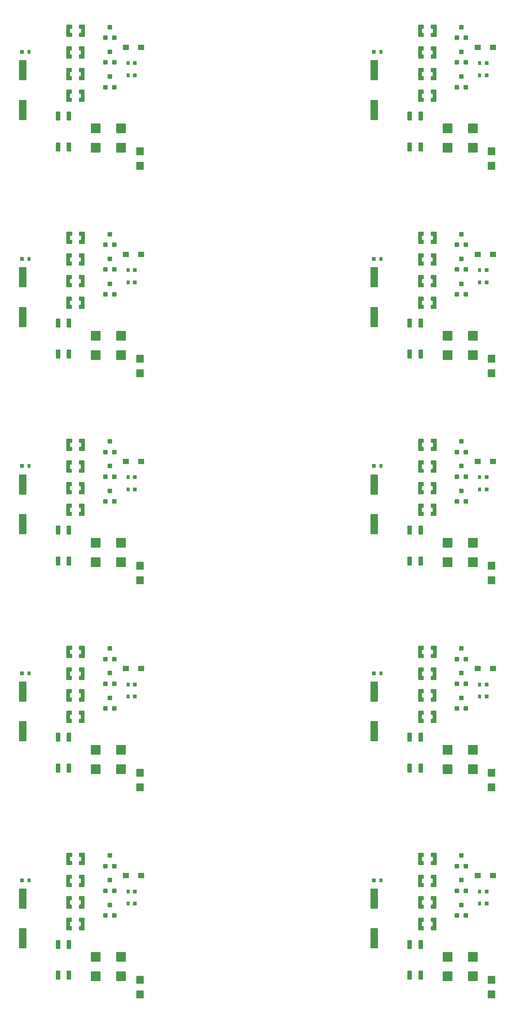
<source format=gtp>
G04*
G04 #@! TF.GenerationSoftware,Altium Limited,Altium Designer,19.1.8 (144)*
G04*
G04 Layer_Color=8421504*
%FSLAX43Y43*%
%MOMM*%
G71*
G01*
G75*
G04:AMPARAMS|DCode=11|XSize=1.016mm|YSize=1.016mm|CornerRadius=0.051mm|HoleSize=0mm|Usage=FLASHONLY|Rotation=0.000|XOffset=0mm|YOffset=0mm|HoleType=Round|Shape=RoundedRectangle|*
%AMROUNDEDRECTD11*
21,1,1.016,0.914,0,0,0.0*
21,1,0.914,1.016,0,0,0.0*
1,1,0.102,0.457,-0.457*
1,1,0.102,-0.457,-0.457*
1,1,0.102,-0.457,0.457*
1,1,0.102,0.457,0.457*
%
%ADD11ROUNDEDRECTD11*%
G04:AMPARAMS|DCode=12|XSize=1.778mm|YSize=1.651mm|CornerRadius=0.083mm|HoleSize=0mm|Usage=FLASHONLY|Rotation=90.000|XOffset=0mm|YOffset=0mm|HoleType=Round|Shape=RoundedRectangle|*
%AMROUNDEDRECTD12*
21,1,1.778,1.486,0,0,90.0*
21,1,1.613,1.651,0,0,90.0*
1,1,0.165,0.743,0.806*
1,1,0.165,0.743,-0.806*
1,1,0.165,-0.743,-0.806*
1,1,0.165,-0.743,0.806*
%
%ADD12ROUNDEDRECTD12*%
G04:AMPARAMS|DCode=13|XSize=0.9mm|YSize=0.75mm|CornerRadius=0.038mm|HoleSize=0mm|Usage=FLASHONLY|Rotation=270.000|XOffset=0mm|YOffset=0mm|HoleType=Round|Shape=RoundedRectangle|*
%AMROUNDEDRECTD13*
21,1,0.900,0.675,0,0,270.0*
21,1,0.825,0.750,0,0,270.0*
1,1,0.075,-0.338,-0.413*
1,1,0.075,-0.338,0.413*
1,1,0.075,0.338,0.413*
1,1,0.075,0.338,-0.413*
%
%ADD13ROUNDEDRECTD13*%
G04:AMPARAMS|DCode=14|XSize=0.9mm|YSize=0.79mm|CornerRadius=0.04mm|HoleSize=0mm|Usage=FLASHONLY|Rotation=270.000|XOffset=0mm|YOffset=0mm|HoleType=Round|Shape=RoundedRectangle|*
%AMROUNDEDRECTD14*
21,1,0.900,0.711,0,0,270.0*
21,1,0.821,0.790,0,0,270.0*
1,1,0.079,-0.356,-0.410*
1,1,0.079,-0.356,0.410*
1,1,0.079,0.356,0.410*
1,1,0.079,0.356,-0.410*
%
%ADD14ROUNDEDRECTD14*%
G04:AMPARAMS|DCode=15|XSize=1.4mm|YSize=1.22mm|CornerRadius=0.061mm|HoleSize=0mm|Usage=FLASHONLY|Rotation=0.000|XOffset=0mm|YOffset=0mm|HoleType=Round|Shape=RoundedRectangle|*
%AMROUNDEDRECTD15*
21,1,1.400,1.098,0,0,0.0*
21,1,1.278,1.220,0,0,0.0*
1,1,0.122,0.639,-0.549*
1,1,0.122,-0.639,-0.549*
1,1,0.122,-0.639,0.549*
1,1,0.122,0.639,0.549*
%
%ADD15ROUNDEDRECTD15*%
G04:AMPARAMS|DCode=17|XSize=1mm|YSize=2mm|CornerRadius=0.05mm|HoleSize=0mm|Usage=FLASHONLY|Rotation=0.000|XOffset=0mm|YOffset=0mm|HoleType=Round|Shape=RoundedRectangle|*
%AMROUNDEDRECTD17*
21,1,1.000,1.900,0,0,0.0*
21,1,0.900,2.000,0,0,0.0*
1,1,0.100,0.450,-0.950*
1,1,0.100,-0.450,-0.950*
1,1,0.100,-0.450,0.950*
1,1,0.100,0.450,0.950*
%
%ADD17ROUNDEDRECTD17*%
G04:AMPARAMS|DCode=18|XSize=4.5mm|YSize=1.65mm|CornerRadius=0.083mm|HoleSize=0mm|Usage=FLASHONLY|Rotation=270.000|XOffset=0mm|YOffset=0mm|HoleType=Round|Shape=RoundedRectangle|*
%AMROUNDEDRECTD18*
21,1,4.500,1.485,0,0,270.0*
21,1,4.335,1.650,0,0,270.0*
1,1,0.165,-0.743,-2.168*
1,1,0.165,-0.743,2.168*
1,1,0.165,0.743,2.168*
1,1,0.165,0.743,-2.168*
%
%ADD18ROUNDEDRECTD18*%
G04:AMPARAMS|DCode=19|XSize=2.2mm|YSize=2.15mm|CornerRadius=0.108mm|HoleSize=0mm|Usage=FLASHONLY|Rotation=270.000|XOffset=0mm|YOffset=0mm|HoleType=Round|Shape=RoundedRectangle|*
%AMROUNDEDRECTD19*
21,1,2.200,1.935,0,0,270.0*
21,1,1.985,2.150,0,0,270.0*
1,1,0.215,-0.968,-0.992*
1,1,0.215,-0.968,0.992*
1,1,0.215,0.968,0.992*
1,1,0.215,0.968,-0.992*
%
%ADD19ROUNDEDRECTD19*%
G36*
X109362Y228623D02*
Y226015D01*
X109262Y225915D01*
X108180D01*
X108080Y226015D01*
Y226742D01*
X108180Y226842D01*
X108416D01*
X108516Y226942D01*
Y227697D01*
X108416Y227797D01*
X108180D01*
X108080Y227897D01*
Y228623D01*
X108180Y228723D01*
X109262D01*
X109362Y228623D01*
D02*
G37*
G36*
X106480D02*
Y227897D01*
X106380Y227797D01*
X106144D01*
X106044Y227697D01*
Y226942D01*
X106144Y226842D01*
X106380D01*
X106480Y226742D01*
Y226015D01*
X106380Y225915D01*
X105297D01*
X105197Y226015D01*
Y228623D01*
X105297Y228723D01*
X106380D01*
X106480Y228623D01*
D02*
G37*
G36*
X29362D02*
Y226015D01*
X29262Y225915D01*
X28180D01*
X28080Y226015D01*
Y226742D01*
X28180Y226842D01*
X28416D01*
X28516Y226942D01*
Y227697D01*
X28416Y227797D01*
X28180D01*
X28080Y227897D01*
Y228623D01*
X28180Y228723D01*
X29262D01*
X29362Y228623D01*
D02*
G37*
G36*
X26480D02*
Y227897D01*
X26380Y227797D01*
X26144D01*
X26044Y227697D01*
Y226942D01*
X26144Y226842D01*
X26380D01*
X26480Y226742D01*
Y226015D01*
X26380Y225915D01*
X25297D01*
X25197Y226015D01*
Y228623D01*
X25297Y228723D01*
X26380D01*
X26480Y228623D01*
D02*
G37*
G36*
X109343Y223670D02*
Y221062D01*
X109243Y220962D01*
X108161D01*
X108061Y221062D01*
Y221789D01*
X108161Y221889D01*
X108397D01*
X108497Y221989D01*
Y222744D01*
X108397Y222844D01*
X108161D01*
X108061Y222944D01*
Y223670D01*
X108161Y223770D01*
X109243D01*
X109343Y223670D01*
D02*
G37*
G36*
X106461D02*
Y222944D01*
X106361Y222844D01*
X106125D01*
X106025Y222744D01*
Y221989D01*
X106125Y221889D01*
X106361D01*
X106461Y221789D01*
Y221062D01*
X106361Y220962D01*
X105278D01*
X105178Y221062D01*
Y223670D01*
X105278Y223770D01*
X106361D01*
X106461Y223670D01*
D02*
G37*
G36*
X29343D02*
Y221062D01*
X29243Y220962D01*
X28161D01*
X28061Y221062D01*
Y221789D01*
X28161Y221889D01*
X28397D01*
X28497Y221989D01*
Y222744D01*
X28397Y222844D01*
X28161D01*
X28061Y222944D01*
Y223670D01*
X28161Y223770D01*
X29243D01*
X29343Y223670D01*
D02*
G37*
G36*
X26461D02*
Y222944D01*
X26361Y222844D01*
X26125D01*
X26025Y222744D01*
Y221989D01*
X26125Y221889D01*
X26361D01*
X26461Y221789D01*
Y221062D01*
X26361Y220962D01*
X25278D01*
X25178Y221062D01*
Y223670D01*
X25278Y223770D01*
X26361D01*
X26461Y223670D01*
D02*
G37*
G36*
X109343Y218768D02*
Y216160D01*
X109243Y216060D01*
X108161D01*
X108061Y216160D01*
Y216887D01*
X108161Y216987D01*
X108397D01*
X108497Y217087D01*
Y217841D01*
X108397Y217941D01*
X108161D01*
X108061Y218041D01*
Y218768D01*
X108161Y218868D01*
X109243D01*
X109343Y218768D01*
D02*
G37*
G36*
X106461D02*
Y218041D01*
X106361Y217941D01*
X106125D01*
X106025Y217841D01*
Y217087D01*
X106125Y216987D01*
X106361D01*
X106461Y216887D01*
Y216160D01*
X106361Y216060D01*
X105278D01*
X105178Y216160D01*
Y218768D01*
X105278Y218868D01*
X106361D01*
X106461Y218768D01*
D02*
G37*
G36*
X29343D02*
Y216160D01*
X29243Y216060D01*
X28161D01*
X28061Y216160D01*
Y216887D01*
X28161Y216987D01*
X28397D01*
X28497Y217087D01*
Y217841D01*
X28397Y217941D01*
X28161D01*
X28061Y218041D01*
Y218768D01*
X28161Y218868D01*
X29243D01*
X29343Y218768D01*
D02*
G37*
G36*
X26461D02*
Y218041D01*
X26361Y217941D01*
X26125D01*
X26025Y217841D01*
Y217087D01*
X26125Y216987D01*
X26361D01*
X26461Y216887D01*
Y216160D01*
X26361Y216060D01*
X25278D01*
X25178Y216160D01*
Y218768D01*
X25278Y218868D01*
X26361D01*
X26461Y218768D01*
D02*
G37*
G36*
X109343Y213866D02*
Y211258D01*
X109243Y211158D01*
X108161D01*
X108061Y211258D01*
Y211984D01*
X108161Y212084D01*
X108397D01*
X108497Y212184D01*
Y212939D01*
X108397Y213039D01*
X108161D01*
X108061Y213139D01*
Y213866D01*
X108161Y213966D01*
X109243D01*
X109343Y213866D01*
D02*
G37*
G36*
X106461D02*
Y213139D01*
X106361Y213039D01*
X106125D01*
X106025Y212939D01*
Y212184D01*
X106125Y212084D01*
X106361D01*
X106461Y211984D01*
Y211258D01*
X106361Y211158D01*
X105278D01*
X105178Y211258D01*
Y213866D01*
X105278Y213966D01*
X106361D01*
X106461Y213866D01*
D02*
G37*
G36*
X29343D02*
Y211258D01*
X29243Y211158D01*
X28161D01*
X28061Y211258D01*
Y211984D01*
X28161Y212084D01*
X28397D01*
X28497Y212184D01*
Y212939D01*
X28397Y213039D01*
X28161D01*
X28061Y213139D01*
Y213866D01*
X28161Y213966D01*
X29243D01*
X29343Y213866D01*
D02*
G37*
G36*
X26461D02*
Y213139D01*
X26361Y213039D01*
X26125D01*
X26025Y212939D01*
Y212184D01*
X26125Y212084D01*
X26361D01*
X26461Y211984D01*
Y211258D01*
X26361Y211158D01*
X25278D01*
X25178Y211258D01*
Y213866D01*
X25278Y213966D01*
X26361D01*
X26461Y213866D01*
D02*
G37*
G36*
X109362Y181623D02*
Y179015D01*
X109262Y178915D01*
X108180D01*
X108080Y179015D01*
Y179742D01*
X108180Y179842D01*
X108416D01*
X108516Y179942D01*
Y180697D01*
X108416Y180797D01*
X108180D01*
X108080Y180897D01*
Y181623D01*
X108180Y181723D01*
X109262D01*
X109362Y181623D01*
D02*
G37*
G36*
X106480D02*
Y180897D01*
X106380Y180797D01*
X106144D01*
X106044Y180697D01*
Y179942D01*
X106144Y179842D01*
X106380D01*
X106480Y179742D01*
Y179015D01*
X106380Y178915D01*
X105297D01*
X105197Y179015D01*
Y181623D01*
X105297Y181723D01*
X106380D01*
X106480Y181623D01*
D02*
G37*
G36*
X29362D02*
Y179015D01*
X29262Y178915D01*
X28180D01*
X28080Y179015D01*
Y179742D01*
X28180Y179842D01*
X28416D01*
X28516Y179942D01*
Y180697D01*
X28416Y180797D01*
X28180D01*
X28080Y180897D01*
Y181623D01*
X28180Y181723D01*
X29262D01*
X29362Y181623D01*
D02*
G37*
G36*
X26480D02*
Y180897D01*
X26380Y180797D01*
X26144D01*
X26044Y180697D01*
Y179942D01*
X26144Y179842D01*
X26380D01*
X26480Y179742D01*
Y179015D01*
X26380Y178915D01*
X25297D01*
X25197Y179015D01*
Y181623D01*
X25297Y181723D01*
X26380D01*
X26480Y181623D01*
D02*
G37*
G36*
X109343Y176670D02*
Y174062D01*
X109243Y173962D01*
X108161D01*
X108061Y174062D01*
Y174789D01*
X108161Y174889D01*
X108397D01*
X108497Y174989D01*
Y175744D01*
X108397Y175844D01*
X108161D01*
X108061Y175944D01*
Y176670D01*
X108161Y176770D01*
X109243D01*
X109343Y176670D01*
D02*
G37*
G36*
X106461D02*
Y175944D01*
X106361Y175844D01*
X106125D01*
X106025Y175744D01*
Y174989D01*
X106125Y174889D01*
X106361D01*
X106461Y174789D01*
Y174062D01*
X106361Y173962D01*
X105278D01*
X105178Y174062D01*
Y176670D01*
X105278Y176770D01*
X106361D01*
X106461Y176670D01*
D02*
G37*
G36*
X29343D02*
Y174062D01*
X29243Y173962D01*
X28161D01*
X28061Y174062D01*
Y174789D01*
X28161Y174889D01*
X28397D01*
X28497Y174989D01*
Y175744D01*
X28397Y175844D01*
X28161D01*
X28061Y175944D01*
Y176670D01*
X28161Y176770D01*
X29243D01*
X29343Y176670D01*
D02*
G37*
G36*
X26461D02*
Y175944D01*
X26361Y175844D01*
X26125D01*
X26025Y175744D01*
Y174989D01*
X26125Y174889D01*
X26361D01*
X26461Y174789D01*
Y174062D01*
X26361Y173962D01*
X25278D01*
X25178Y174062D01*
Y176670D01*
X25278Y176770D01*
X26361D01*
X26461Y176670D01*
D02*
G37*
G36*
X109343Y171768D02*
Y169160D01*
X109243Y169060D01*
X108161D01*
X108061Y169160D01*
Y169887D01*
X108161Y169987D01*
X108397D01*
X108497Y170087D01*
Y170841D01*
X108397Y170941D01*
X108161D01*
X108061Y171041D01*
Y171768D01*
X108161Y171868D01*
X109243D01*
X109343Y171768D01*
D02*
G37*
G36*
X106461D02*
Y171041D01*
X106361Y170941D01*
X106125D01*
X106025Y170841D01*
Y170087D01*
X106125Y169987D01*
X106361D01*
X106461Y169887D01*
Y169160D01*
X106361Y169060D01*
X105278D01*
X105178Y169160D01*
Y171768D01*
X105278Y171868D01*
X106361D01*
X106461Y171768D01*
D02*
G37*
G36*
X29343D02*
Y169160D01*
X29243Y169060D01*
X28161D01*
X28061Y169160D01*
Y169887D01*
X28161Y169987D01*
X28397D01*
X28497Y170087D01*
Y170841D01*
X28397Y170941D01*
X28161D01*
X28061Y171041D01*
Y171768D01*
X28161Y171868D01*
X29243D01*
X29343Y171768D01*
D02*
G37*
G36*
X26461D02*
Y171041D01*
X26361Y170941D01*
X26125D01*
X26025Y170841D01*
Y170087D01*
X26125Y169987D01*
X26361D01*
X26461Y169887D01*
Y169160D01*
X26361Y169060D01*
X25278D01*
X25178Y169160D01*
Y171768D01*
X25278Y171868D01*
X26361D01*
X26461Y171768D01*
D02*
G37*
G36*
X109343Y166866D02*
Y164258D01*
X109243Y164158D01*
X108161D01*
X108061Y164258D01*
Y164984D01*
X108161Y165084D01*
X108397D01*
X108497Y165184D01*
Y165939D01*
X108397Y166039D01*
X108161D01*
X108061Y166139D01*
Y166866D01*
X108161Y166966D01*
X109243D01*
X109343Y166866D01*
D02*
G37*
G36*
X106461D02*
Y166139D01*
X106361Y166039D01*
X106125D01*
X106025Y165939D01*
Y165184D01*
X106125Y165084D01*
X106361D01*
X106461Y164984D01*
Y164258D01*
X106361Y164158D01*
X105278D01*
X105178Y164258D01*
Y166866D01*
X105278Y166966D01*
X106361D01*
X106461Y166866D01*
D02*
G37*
G36*
X29343D02*
Y164258D01*
X29243Y164158D01*
X28161D01*
X28061Y164258D01*
Y164984D01*
X28161Y165084D01*
X28397D01*
X28497Y165184D01*
Y165939D01*
X28397Y166039D01*
X28161D01*
X28061Y166139D01*
Y166866D01*
X28161Y166966D01*
X29243D01*
X29343Y166866D01*
D02*
G37*
G36*
X26461D02*
Y166139D01*
X26361Y166039D01*
X26125D01*
X26025Y165939D01*
Y165184D01*
X26125Y165084D01*
X26361D01*
X26461Y164984D01*
Y164258D01*
X26361Y164158D01*
X25278D01*
X25178Y164258D01*
Y166866D01*
X25278Y166966D01*
X26361D01*
X26461Y166866D01*
D02*
G37*
G36*
X109362Y134623D02*
Y132015D01*
X109262Y131915D01*
X108180D01*
X108080Y132015D01*
Y132742D01*
X108180Y132842D01*
X108416D01*
X108516Y132942D01*
Y133697D01*
X108416Y133797D01*
X108180D01*
X108080Y133897D01*
Y134623D01*
X108180Y134723D01*
X109262D01*
X109362Y134623D01*
D02*
G37*
G36*
X106480D02*
Y133897D01*
X106380Y133797D01*
X106144D01*
X106044Y133697D01*
Y132942D01*
X106144Y132842D01*
X106380D01*
X106480Y132742D01*
Y132015D01*
X106380Y131915D01*
X105297D01*
X105197Y132015D01*
Y134623D01*
X105297Y134723D01*
X106380D01*
X106480Y134623D01*
D02*
G37*
G36*
X29362D02*
Y132015D01*
X29262Y131915D01*
X28180D01*
X28080Y132015D01*
Y132742D01*
X28180Y132842D01*
X28416D01*
X28516Y132942D01*
Y133697D01*
X28416Y133797D01*
X28180D01*
X28080Y133897D01*
Y134623D01*
X28180Y134723D01*
X29262D01*
X29362Y134623D01*
D02*
G37*
G36*
X26480D02*
Y133897D01*
X26380Y133797D01*
X26144D01*
X26044Y133697D01*
Y132942D01*
X26144Y132842D01*
X26380D01*
X26480Y132742D01*
Y132015D01*
X26380Y131915D01*
X25297D01*
X25197Y132015D01*
Y134623D01*
X25297Y134723D01*
X26380D01*
X26480Y134623D01*
D02*
G37*
G36*
X109343Y129670D02*
Y127062D01*
X109243Y126962D01*
X108161D01*
X108061Y127062D01*
Y127789D01*
X108161Y127889D01*
X108397D01*
X108497Y127989D01*
Y128744D01*
X108397Y128844D01*
X108161D01*
X108061Y128944D01*
Y129670D01*
X108161Y129770D01*
X109243D01*
X109343Y129670D01*
D02*
G37*
G36*
X106461D02*
Y128944D01*
X106361Y128844D01*
X106125D01*
X106025Y128744D01*
Y127989D01*
X106125Y127889D01*
X106361D01*
X106461Y127789D01*
Y127062D01*
X106361Y126962D01*
X105278D01*
X105178Y127062D01*
Y129670D01*
X105278Y129770D01*
X106361D01*
X106461Y129670D01*
D02*
G37*
G36*
X29343D02*
Y127062D01*
X29243Y126962D01*
X28161D01*
X28061Y127062D01*
Y127789D01*
X28161Y127889D01*
X28397D01*
X28497Y127989D01*
Y128744D01*
X28397Y128844D01*
X28161D01*
X28061Y128944D01*
Y129670D01*
X28161Y129770D01*
X29243D01*
X29343Y129670D01*
D02*
G37*
G36*
X26461D02*
Y128944D01*
X26361Y128844D01*
X26125D01*
X26025Y128744D01*
Y127989D01*
X26125Y127889D01*
X26361D01*
X26461Y127789D01*
Y127062D01*
X26361Y126962D01*
X25278D01*
X25178Y127062D01*
Y129670D01*
X25278Y129770D01*
X26361D01*
X26461Y129670D01*
D02*
G37*
G36*
X109343Y124768D02*
Y122160D01*
X109243Y122060D01*
X108161D01*
X108061Y122160D01*
Y122887D01*
X108161Y122987D01*
X108397D01*
X108497Y123087D01*
Y123841D01*
X108397Y123941D01*
X108161D01*
X108061Y124041D01*
Y124768D01*
X108161Y124868D01*
X109243D01*
X109343Y124768D01*
D02*
G37*
G36*
X106461D02*
Y124041D01*
X106361Y123941D01*
X106125D01*
X106025Y123841D01*
Y123087D01*
X106125Y122987D01*
X106361D01*
X106461Y122887D01*
Y122160D01*
X106361Y122060D01*
X105278D01*
X105178Y122160D01*
Y124768D01*
X105278Y124868D01*
X106361D01*
X106461Y124768D01*
D02*
G37*
G36*
X29343D02*
Y122160D01*
X29243Y122060D01*
X28161D01*
X28061Y122160D01*
Y122887D01*
X28161Y122987D01*
X28397D01*
X28497Y123087D01*
Y123841D01*
X28397Y123941D01*
X28161D01*
X28061Y124041D01*
Y124768D01*
X28161Y124868D01*
X29243D01*
X29343Y124768D01*
D02*
G37*
G36*
X26461D02*
Y124041D01*
X26361Y123941D01*
X26125D01*
X26025Y123841D01*
Y123087D01*
X26125Y122987D01*
X26361D01*
X26461Y122887D01*
Y122160D01*
X26361Y122060D01*
X25278D01*
X25178Y122160D01*
Y124768D01*
X25278Y124868D01*
X26361D01*
X26461Y124768D01*
D02*
G37*
G36*
X109343Y119866D02*
Y117258D01*
X109243Y117158D01*
X108161D01*
X108061Y117258D01*
Y117984D01*
X108161Y118084D01*
X108397D01*
X108497Y118184D01*
Y118939D01*
X108397Y119039D01*
X108161D01*
X108061Y119139D01*
Y119866D01*
X108161Y119966D01*
X109243D01*
X109343Y119866D01*
D02*
G37*
G36*
X106461D02*
Y119139D01*
X106361Y119039D01*
X106125D01*
X106025Y118939D01*
Y118184D01*
X106125Y118084D01*
X106361D01*
X106461Y117984D01*
Y117258D01*
X106361Y117158D01*
X105278D01*
X105178Y117258D01*
Y119866D01*
X105278Y119966D01*
X106361D01*
X106461Y119866D01*
D02*
G37*
G36*
X29343D02*
Y117258D01*
X29243Y117158D01*
X28161D01*
X28061Y117258D01*
Y117984D01*
X28161Y118084D01*
X28397D01*
X28497Y118184D01*
Y118939D01*
X28397Y119039D01*
X28161D01*
X28061Y119139D01*
Y119866D01*
X28161Y119966D01*
X29243D01*
X29343Y119866D01*
D02*
G37*
G36*
X26461D02*
Y119139D01*
X26361Y119039D01*
X26125D01*
X26025Y118939D01*
Y118184D01*
X26125Y118084D01*
X26361D01*
X26461Y117984D01*
Y117258D01*
X26361Y117158D01*
X25278D01*
X25178Y117258D01*
Y119866D01*
X25278Y119966D01*
X26361D01*
X26461Y119866D01*
D02*
G37*
G36*
X109362Y87623D02*
Y85015D01*
X109262Y84915D01*
X108180D01*
X108080Y85015D01*
Y85742D01*
X108180Y85842D01*
X108416D01*
X108516Y85942D01*
Y86697D01*
X108416Y86797D01*
X108180D01*
X108080Y86897D01*
Y87623D01*
X108180Y87723D01*
X109262D01*
X109362Y87623D01*
D02*
G37*
G36*
X106480D02*
Y86897D01*
X106380Y86797D01*
X106144D01*
X106044Y86697D01*
Y85942D01*
X106144Y85842D01*
X106380D01*
X106480Y85742D01*
Y85015D01*
X106380Y84915D01*
X105297D01*
X105197Y85015D01*
Y87623D01*
X105297Y87723D01*
X106380D01*
X106480Y87623D01*
D02*
G37*
G36*
X29362D02*
Y85015D01*
X29262Y84915D01*
X28180D01*
X28080Y85015D01*
Y85742D01*
X28180Y85842D01*
X28416D01*
X28516Y85942D01*
Y86697D01*
X28416Y86797D01*
X28180D01*
X28080Y86897D01*
Y87623D01*
X28180Y87723D01*
X29262D01*
X29362Y87623D01*
D02*
G37*
G36*
X26480D02*
Y86897D01*
X26380Y86797D01*
X26144D01*
X26044Y86697D01*
Y85942D01*
X26144Y85842D01*
X26380D01*
X26480Y85742D01*
Y85015D01*
X26380Y84915D01*
X25297D01*
X25197Y85015D01*
Y87623D01*
X25297Y87723D01*
X26380D01*
X26480Y87623D01*
D02*
G37*
G36*
X109343Y82670D02*
Y80062D01*
X109243Y79962D01*
X108161D01*
X108061Y80062D01*
Y80789D01*
X108161Y80889D01*
X108397D01*
X108497Y80989D01*
Y81744D01*
X108397Y81844D01*
X108161D01*
X108061Y81944D01*
Y82670D01*
X108161Y82770D01*
X109243D01*
X109343Y82670D01*
D02*
G37*
G36*
X106461D02*
Y81944D01*
X106361Y81844D01*
X106125D01*
X106025Y81744D01*
Y80989D01*
X106125Y80889D01*
X106361D01*
X106461Y80789D01*
Y80062D01*
X106361Y79962D01*
X105278D01*
X105178Y80062D01*
Y82670D01*
X105278Y82770D01*
X106361D01*
X106461Y82670D01*
D02*
G37*
G36*
X29343D02*
Y80062D01*
X29243Y79962D01*
X28161D01*
X28061Y80062D01*
Y80789D01*
X28161Y80889D01*
X28397D01*
X28497Y80989D01*
Y81744D01*
X28397Y81844D01*
X28161D01*
X28061Y81944D01*
Y82670D01*
X28161Y82770D01*
X29243D01*
X29343Y82670D01*
D02*
G37*
G36*
X26461D02*
Y81944D01*
X26361Y81844D01*
X26125D01*
X26025Y81744D01*
Y80989D01*
X26125Y80889D01*
X26361D01*
X26461Y80789D01*
Y80062D01*
X26361Y79962D01*
X25278D01*
X25178Y80062D01*
Y82670D01*
X25278Y82770D01*
X26361D01*
X26461Y82670D01*
D02*
G37*
G36*
X109343Y77768D02*
Y75160D01*
X109243Y75060D01*
X108161D01*
X108061Y75160D01*
Y75887D01*
X108161Y75987D01*
X108397D01*
X108497Y76087D01*
Y76841D01*
X108397Y76941D01*
X108161D01*
X108061Y77041D01*
Y77768D01*
X108161Y77868D01*
X109243D01*
X109343Y77768D01*
D02*
G37*
G36*
X106461D02*
Y77041D01*
X106361Y76941D01*
X106125D01*
X106025Y76841D01*
Y76087D01*
X106125Y75987D01*
X106361D01*
X106461Y75887D01*
Y75160D01*
X106361Y75060D01*
X105278D01*
X105178Y75160D01*
Y77768D01*
X105278Y77868D01*
X106361D01*
X106461Y77768D01*
D02*
G37*
G36*
X29343D02*
Y75160D01*
X29243Y75060D01*
X28161D01*
X28061Y75160D01*
Y75887D01*
X28161Y75987D01*
X28397D01*
X28497Y76087D01*
Y76841D01*
X28397Y76941D01*
X28161D01*
X28061Y77041D01*
Y77768D01*
X28161Y77868D01*
X29243D01*
X29343Y77768D01*
D02*
G37*
G36*
X26461D02*
Y77041D01*
X26361Y76941D01*
X26125D01*
X26025Y76841D01*
Y76087D01*
X26125Y75987D01*
X26361D01*
X26461Y75887D01*
Y75160D01*
X26361Y75060D01*
X25278D01*
X25178Y75160D01*
Y77768D01*
X25278Y77868D01*
X26361D01*
X26461Y77768D01*
D02*
G37*
G36*
X109343Y72866D02*
Y70258D01*
X109243Y70158D01*
X108161D01*
X108061Y70258D01*
Y70984D01*
X108161Y71084D01*
X108397D01*
X108497Y71184D01*
Y71939D01*
X108397Y72039D01*
X108161D01*
X108061Y72139D01*
Y72866D01*
X108161Y72966D01*
X109243D01*
X109343Y72866D01*
D02*
G37*
G36*
X106461D02*
Y72139D01*
X106361Y72039D01*
X106125D01*
X106025Y71939D01*
Y71184D01*
X106125Y71084D01*
X106361D01*
X106461Y70984D01*
Y70258D01*
X106361Y70158D01*
X105278D01*
X105178Y70258D01*
Y72866D01*
X105278Y72966D01*
X106361D01*
X106461Y72866D01*
D02*
G37*
G36*
X29343D02*
Y70258D01*
X29243Y70158D01*
X28161D01*
X28061Y70258D01*
Y70984D01*
X28161Y71084D01*
X28397D01*
X28497Y71184D01*
Y71939D01*
X28397Y72039D01*
X28161D01*
X28061Y72139D01*
Y72866D01*
X28161Y72966D01*
X29243D01*
X29343Y72866D01*
D02*
G37*
G36*
X26461D02*
Y72139D01*
X26361Y72039D01*
X26125D01*
X26025Y71939D01*
Y71184D01*
X26125Y71084D01*
X26361D01*
X26461Y70984D01*
Y70258D01*
X26361Y70158D01*
X25278D01*
X25178Y70258D01*
Y72866D01*
X25278Y72966D01*
X26361D01*
X26461Y72866D01*
D02*
G37*
G36*
X109362Y40623D02*
Y38015D01*
X109262Y37915D01*
X108180D01*
X108080Y38015D01*
Y38742D01*
X108180Y38842D01*
X108416D01*
X108516Y38942D01*
Y39697D01*
X108416Y39797D01*
X108180D01*
X108080Y39897D01*
Y40623D01*
X108180Y40723D01*
X109262D01*
X109362Y40623D01*
D02*
G37*
G36*
X106480D02*
Y39897D01*
X106380Y39797D01*
X106144D01*
X106044Y39697D01*
Y38942D01*
X106144Y38842D01*
X106380D01*
X106480Y38742D01*
Y38015D01*
X106380Y37915D01*
X105297D01*
X105197Y38015D01*
Y40623D01*
X105297Y40723D01*
X106380D01*
X106480Y40623D01*
D02*
G37*
G36*
X29362D02*
Y38015D01*
X29262Y37915D01*
X28180D01*
X28080Y38015D01*
Y38742D01*
X28180Y38842D01*
X28416D01*
X28516Y38942D01*
Y39697D01*
X28416Y39797D01*
X28180D01*
X28080Y39897D01*
Y40623D01*
X28180Y40723D01*
X29262D01*
X29362Y40623D01*
D02*
G37*
G36*
X26480D02*
Y39897D01*
X26380Y39797D01*
X26144D01*
X26044Y39697D01*
Y38942D01*
X26144Y38842D01*
X26380D01*
X26480Y38742D01*
Y38015D01*
X26380Y37915D01*
X25297D01*
X25197Y38015D01*
Y40623D01*
X25297Y40723D01*
X26380D01*
X26480Y40623D01*
D02*
G37*
G36*
X109343Y35670D02*
Y33062D01*
X109243Y32962D01*
X108161D01*
X108061Y33062D01*
Y33789D01*
X108161Y33889D01*
X108397D01*
X108497Y33989D01*
Y34744D01*
X108397Y34844D01*
X108161D01*
X108061Y34944D01*
Y35670D01*
X108161Y35770D01*
X109243D01*
X109343Y35670D01*
D02*
G37*
G36*
X106461D02*
Y34944D01*
X106361Y34844D01*
X106125D01*
X106025Y34744D01*
Y33989D01*
X106125Y33889D01*
X106361D01*
X106461Y33789D01*
Y33062D01*
X106361Y32962D01*
X105278D01*
X105178Y33062D01*
Y35670D01*
X105278Y35770D01*
X106361D01*
X106461Y35670D01*
D02*
G37*
G36*
X29343D02*
Y33062D01*
X29243Y32962D01*
X28161D01*
X28061Y33062D01*
Y33789D01*
X28161Y33889D01*
X28397D01*
X28497Y33989D01*
Y34744D01*
X28397Y34844D01*
X28161D01*
X28061Y34944D01*
Y35670D01*
X28161Y35770D01*
X29243D01*
X29343Y35670D01*
D02*
G37*
G36*
X26461D02*
Y34944D01*
X26361Y34844D01*
X26125D01*
X26025Y34744D01*
Y33989D01*
X26125Y33889D01*
X26361D01*
X26461Y33789D01*
Y33062D01*
X26361Y32962D01*
X25278D01*
X25178Y33062D01*
Y35670D01*
X25278Y35770D01*
X26361D01*
X26461Y35670D01*
D02*
G37*
G36*
X109343Y30768D02*
Y28160D01*
X109243Y28060D01*
X108161D01*
X108061Y28160D01*
Y28887D01*
X108161Y28987D01*
X108397D01*
X108497Y29087D01*
Y29841D01*
X108397Y29941D01*
X108161D01*
X108061Y30041D01*
Y30768D01*
X108161Y30868D01*
X109243D01*
X109343Y30768D01*
D02*
G37*
G36*
X106461D02*
Y30041D01*
X106361Y29941D01*
X106125D01*
X106025Y29841D01*
Y29087D01*
X106125Y28987D01*
X106361D01*
X106461Y28887D01*
Y28160D01*
X106361Y28060D01*
X105278D01*
X105178Y28160D01*
Y30768D01*
X105278Y30868D01*
X106361D01*
X106461Y30768D01*
D02*
G37*
G36*
X29343D02*
Y28160D01*
X29243Y28060D01*
X28161D01*
X28061Y28160D01*
Y28887D01*
X28161Y28987D01*
X28397D01*
X28497Y29087D01*
Y29841D01*
X28397Y29941D01*
X28161D01*
X28061Y30041D01*
Y30768D01*
X28161Y30868D01*
X29243D01*
X29343Y30768D01*
D02*
G37*
G36*
X26461D02*
Y30041D01*
X26361Y29941D01*
X26125D01*
X26025Y29841D01*
Y29087D01*
X26125Y28987D01*
X26361D01*
X26461Y28887D01*
Y28160D01*
X26361Y28060D01*
X25278D01*
X25178Y28160D01*
Y30768D01*
X25278Y30868D01*
X26361D01*
X26461Y30768D01*
D02*
G37*
G36*
X109343Y25866D02*
Y23258D01*
X109243Y23158D01*
X108161D01*
X108061Y23258D01*
Y23984D01*
X108161Y24084D01*
X108397D01*
X108497Y24184D01*
Y24939D01*
X108397Y25039D01*
X108161D01*
X108061Y25139D01*
Y25866D01*
X108161Y25966D01*
X109243D01*
X109343Y25866D01*
D02*
G37*
G36*
X106461D02*
Y25139D01*
X106361Y25039D01*
X106125D01*
X106025Y24939D01*
Y24184D01*
X106125Y24084D01*
X106361D01*
X106461Y23984D01*
Y23258D01*
X106361Y23158D01*
X105278D01*
X105178Y23258D01*
Y25866D01*
X105278Y25966D01*
X106361D01*
X106461Y25866D01*
D02*
G37*
G36*
X29343D02*
Y23258D01*
X29243Y23158D01*
X28161D01*
X28061Y23258D01*
Y23984D01*
X28161Y24084D01*
X28397D01*
X28497Y24184D01*
Y24939D01*
X28397Y25039D01*
X28161D01*
X28061Y25139D01*
Y25866D01*
X28161Y25966D01*
X29243D01*
X29343Y25866D01*
D02*
G37*
G36*
X26461D02*
Y25139D01*
X26361Y25039D01*
X26125D01*
X26025Y24939D01*
Y24184D01*
X26125Y24084D01*
X26361D01*
X26461Y23984D01*
Y23258D01*
X26361Y23158D01*
X25278D01*
X25178Y23258D01*
Y25866D01*
X25278Y25966D01*
X26361D01*
X26461Y25866D01*
D02*
G37*
D11*
X36043Y32106D02*
D03*
X35027Y34519D02*
D03*
X34011Y32106D02*
D03*
Y26467D02*
D03*
X35027Y28880D02*
D03*
X36043Y26467D02*
D03*
X34011Y37694D02*
D03*
X35027Y40107D02*
D03*
X36043Y37694D02*
D03*
X116043Y32106D02*
D03*
X115027Y34519D02*
D03*
X114011Y32106D02*
D03*
Y26467D02*
D03*
X115027Y28880D02*
D03*
X116043Y26467D02*
D03*
X114011Y37694D02*
D03*
X115027Y40107D02*
D03*
X116043Y37694D02*
D03*
X36043Y79106D02*
D03*
X35027Y81519D02*
D03*
X34011Y79106D02*
D03*
Y73467D02*
D03*
X35027Y75880D02*
D03*
X36043Y73467D02*
D03*
X34011Y84694D02*
D03*
X35027Y87107D02*
D03*
X36043Y84694D02*
D03*
X116043Y79106D02*
D03*
X115027Y81519D02*
D03*
X114011Y79106D02*
D03*
Y73467D02*
D03*
X115027Y75880D02*
D03*
X116043Y73467D02*
D03*
X114011Y84694D02*
D03*
X115027Y87107D02*
D03*
X116043Y84694D02*
D03*
X36043Y126106D02*
D03*
X35027Y128519D02*
D03*
X34011Y126106D02*
D03*
Y120467D02*
D03*
X35027Y122880D02*
D03*
X36043Y120467D02*
D03*
X34011Y131694D02*
D03*
X35027Y134107D02*
D03*
X36043Y131694D02*
D03*
X116043Y126106D02*
D03*
X115027Y128519D02*
D03*
X114011Y126106D02*
D03*
Y120467D02*
D03*
X115027Y122880D02*
D03*
X116043Y120467D02*
D03*
X114011Y131694D02*
D03*
X115027Y134107D02*
D03*
X116043Y131694D02*
D03*
X36043Y173106D02*
D03*
X35027Y175519D02*
D03*
X34011Y173106D02*
D03*
Y167467D02*
D03*
X35027Y169880D02*
D03*
X36043Y167467D02*
D03*
X34011Y178694D02*
D03*
X35027Y181107D02*
D03*
X36043Y178694D02*
D03*
X116043Y173106D02*
D03*
X115027Y175519D02*
D03*
X114011Y173106D02*
D03*
Y167467D02*
D03*
X115027Y169880D02*
D03*
X116043Y167467D02*
D03*
X114011Y178694D02*
D03*
X115027Y181107D02*
D03*
X116043Y178694D02*
D03*
X36043Y220106D02*
D03*
X35027Y222519D02*
D03*
X34011Y220106D02*
D03*
Y214467D02*
D03*
X35027Y216880D02*
D03*
X36043Y214467D02*
D03*
X34011Y225694D02*
D03*
X35027Y228107D02*
D03*
X36043Y225694D02*
D03*
X116043Y220106D02*
D03*
X115027Y222519D02*
D03*
X114011Y220106D02*
D03*
Y214467D02*
D03*
X115027Y216880D02*
D03*
X116043Y214467D02*
D03*
X114011Y225694D02*
D03*
X115027Y228107D02*
D03*
X116043Y225694D02*
D03*
D12*
X41885Y8560D02*
D03*
Y11862D02*
D03*
X121885Y8560D02*
D03*
Y11862D02*
D03*
X41885Y55560D02*
D03*
Y58862D02*
D03*
X121885Y55560D02*
D03*
Y58862D02*
D03*
X41885Y102560D02*
D03*
Y105862D02*
D03*
X121885Y102560D02*
D03*
Y105862D02*
D03*
X41885Y149560D02*
D03*
Y152862D02*
D03*
X121885Y149560D02*
D03*
Y152862D02*
D03*
X41885Y196560D02*
D03*
Y199862D02*
D03*
X121885Y196560D02*
D03*
Y199862D02*
D03*
D13*
X39180Y29210D02*
D03*
Y31953D02*
D03*
X16726Y34493D02*
D03*
X119180Y29210D02*
D03*
Y31953D02*
D03*
X96726Y34493D02*
D03*
X39180Y76210D02*
D03*
Y78953D02*
D03*
X16726Y81493D02*
D03*
X119180Y76210D02*
D03*
Y78953D02*
D03*
X96726Y81493D02*
D03*
X39180Y123210D02*
D03*
Y125953D02*
D03*
X16726Y128493D02*
D03*
X119180Y123210D02*
D03*
Y125953D02*
D03*
X96726Y128493D02*
D03*
X39180Y170210D02*
D03*
Y172953D02*
D03*
X16726Y175493D02*
D03*
X119180Y170210D02*
D03*
Y172953D02*
D03*
X96726Y175493D02*
D03*
X39180Y217210D02*
D03*
Y219953D02*
D03*
X16726Y222493D02*
D03*
X119180Y217210D02*
D03*
Y219953D02*
D03*
X96726Y222493D02*
D03*
D14*
X40780Y29210D02*
D03*
Y31953D02*
D03*
X15126Y34493D02*
D03*
X120780Y29210D02*
D03*
Y31953D02*
D03*
X95126Y34493D02*
D03*
X40780Y76210D02*
D03*
Y78953D02*
D03*
X15126Y81493D02*
D03*
X120780Y76210D02*
D03*
Y78953D02*
D03*
X95126Y81493D02*
D03*
X40780Y123210D02*
D03*
Y125953D02*
D03*
X15126Y128493D02*
D03*
X120780Y123210D02*
D03*
Y125953D02*
D03*
X95126Y128493D02*
D03*
X40780Y170210D02*
D03*
Y172953D02*
D03*
X15126Y175493D02*
D03*
X120780Y170210D02*
D03*
Y172953D02*
D03*
X95126Y175493D02*
D03*
X40780Y217210D02*
D03*
Y219953D02*
D03*
X15126Y222493D02*
D03*
X120780Y217210D02*
D03*
Y219953D02*
D03*
X95126Y222493D02*
D03*
D15*
X42212Y35535D02*
D03*
X38712D02*
D03*
X122212D02*
D03*
X118712D02*
D03*
X42212Y82535D02*
D03*
X38712D02*
D03*
X122212D02*
D03*
X118712D02*
D03*
X42212Y129535D02*
D03*
X38712D02*
D03*
X122212D02*
D03*
X118712D02*
D03*
X42212Y176535D02*
D03*
X38712D02*
D03*
X122212D02*
D03*
X118712D02*
D03*
X42212Y223535D02*
D03*
X38712D02*
D03*
X122212D02*
D03*
X118712D02*
D03*
D17*
X25761Y19934D02*
D03*
X23261D02*
D03*
Y12934D02*
D03*
X25761D02*
D03*
X105761Y19934D02*
D03*
X103261D02*
D03*
Y12934D02*
D03*
X105761D02*
D03*
X25761Y66934D02*
D03*
X23261D02*
D03*
Y59934D02*
D03*
X25761D02*
D03*
X105761Y66934D02*
D03*
X103261D02*
D03*
Y59934D02*
D03*
X105761D02*
D03*
X25761Y113934D02*
D03*
X23261D02*
D03*
Y106934D02*
D03*
X25761D02*
D03*
X105761Y113934D02*
D03*
X103261D02*
D03*
Y106934D02*
D03*
X105761D02*
D03*
X25761Y160934D02*
D03*
X23261D02*
D03*
Y153934D02*
D03*
X25761D02*
D03*
X105761Y160934D02*
D03*
X103261D02*
D03*
Y153934D02*
D03*
X105761D02*
D03*
X25761Y207934D02*
D03*
X23261D02*
D03*
Y200934D02*
D03*
X25761D02*
D03*
X105761Y207934D02*
D03*
X103261D02*
D03*
Y200934D02*
D03*
X105761D02*
D03*
D18*
X15215Y30332D02*
D03*
Y21332D02*
D03*
X95215Y30332D02*
D03*
Y21332D02*
D03*
X15215Y77332D02*
D03*
Y68332D02*
D03*
X95215Y77332D02*
D03*
Y68332D02*
D03*
X15215Y124332D02*
D03*
Y115332D02*
D03*
X95215Y124332D02*
D03*
Y115332D02*
D03*
X15215Y171332D02*
D03*
Y162332D02*
D03*
X95215Y171332D02*
D03*
Y162332D02*
D03*
X15215Y218332D02*
D03*
Y209332D02*
D03*
X95215Y218332D02*
D03*
Y209332D02*
D03*
D19*
X31877Y12710D02*
D03*
Y17110D02*
D03*
X37623Y12710D02*
D03*
Y17110D02*
D03*
X111877Y12710D02*
D03*
Y17110D02*
D03*
X117623Y12710D02*
D03*
Y17110D02*
D03*
X31877Y59710D02*
D03*
Y64110D02*
D03*
X37623Y59710D02*
D03*
Y64110D02*
D03*
X111877Y59710D02*
D03*
Y64110D02*
D03*
X117623Y59710D02*
D03*
Y64110D02*
D03*
X31877Y106710D02*
D03*
Y111110D02*
D03*
X37623Y106710D02*
D03*
Y111110D02*
D03*
X111877Y106710D02*
D03*
Y111110D02*
D03*
X117623Y106710D02*
D03*
Y111110D02*
D03*
X31877Y153710D02*
D03*
Y158110D02*
D03*
X37623Y153710D02*
D03*
Y158110D02*
D03*
X111877Y153710D02*
D03*
Y158110D02*
D03*
X117623Y153710D02*
D03*
Y158110D02*
D03*
X31877Y200710D02*
D03*
Y205110D02*
D03*
X37623Y200710D02*
D03*
Y205110D02*
D03*
X111877Y200710D02*
D03*
Y205110D02*
D03*
X117623Y200710D02*
D03*
Y205110D02*
D03*
M02*

</source>
